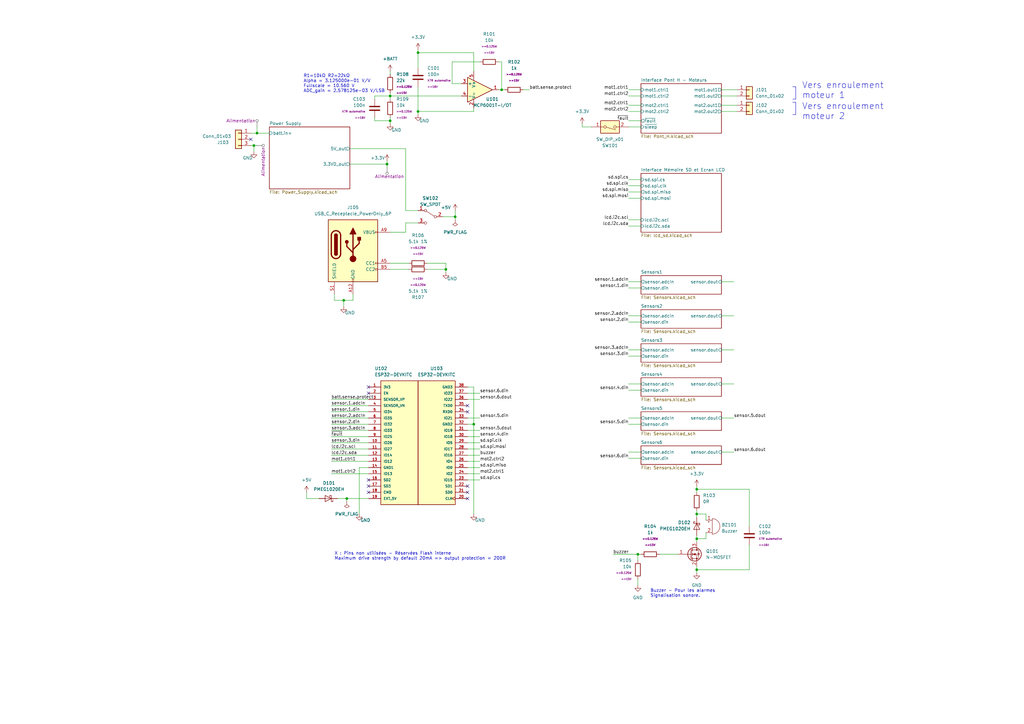
<source format=kicad_sch>
(kicad_sch (version 20230121) (generator eeschema)
  (paper "A3")
  (lib_symbols
    (symbol "0db:capacitors/AVX 0805YC104J4Z" (pin_numbers hide) (pin_names (offset 0.254))
      (property "Reference" "C" (at 0.635 2.54 0))
      (property "Value" "100n 16V" (at 0.635 -2.54 0))
      (property "Value 2" "0805 5%" (at 0 0 0))
      (property "Value 3" "X7R automotive" (at 0 0 0))
      (symbol "capacitors/AVX 0805YC104J4Z_0_1"
        (polyline (pts (xy -2.032 -0.762) (xy 2.032 -0.762)) (stroke (width 0.508)))
        (polyline (pts (xy -2.032 0.762) (xy 2.032 0.762)) (stroke (width 0.508)))
      )
      (symbol "capacitors/AVX 0805YC104J4Z_1_1"
        (pin passive line (at 0 3.81 270) (length 2.794) (name "~") (number "1"))
        (pin passive line (at 0 -3.81 90) (length 2.794) (name "~") (number "2"))
      )
    )
    (symbol "0db:resistors/Koa RK73H2ATTD1001F" (pin_numbers hide) (pin_names (offset 0))
      (property "Reference" "R" (at 2.032 0 90))
      (property "Value" "1k 1%" (at 0 0 90))
      (property "Value 2" "0805 100ppm" (at 0 0 0))
      (property "Value 3" "0.25W 150V" (at 0 0 0))
      (symbol "resistors/Koa RK73H2ATTD1001F_0_1"
        (rectangle (start -1.016 -2.54) (end 1.016 2.54) (stroke (width 0.254)))
      )
      (symbol "resistors/Koa RK73H2ATTD1001F_1_1"
        (pin passive line (at 0 3.81 270) (length 1.27) (name "~") (number "1"))
        (pin passive line (at 0 -3.81 90) (length 1.27) (name "~") (number "2"))
      )
    )
    (symbol "0db:resistors/Koa RK73H2ATTD1002F" (pin_numbers hide) (pin_names (offset 0))
      (property "Reference" "R" (at 2.032 0 90))
      (property "Value" "10k 1%" (at 0 0 90))
      (property "Value 2" "0805 100ppm" (at 0 0 0))
      (property "Value 3" "0.25W 150V" (at 0 0 0))
      (symbol "resistors/Koa RK73H2ATTD1002F_0_1"
        (rectangle (start -1.016 -2.54) (end 1.016 2.54) (stroke (width 0.254)))
      )
      (symbol "resistors/Koa RK73H2ATTD1002F_1_1"
        (pin passive line (at 0 3.81 270) (length 1.27) (name "~") (number "1"))
        (pin passive line (at 0 -3.81 90) (length 1.27) (name "~") (number "2"))
      )
    )
    (symbol "0db:resistors/Koa RK73H2ATTD2202F" (pin_numbers hide) (pin_names (offset 0))
      (property "Reference" "R" (at 2.032 0 90))
      (property "Value" "22k 1%" (at 0 0 90))
      (property "Value 2" "0805 100ppm" (at 0 0 0))
      (property "Value 3" "0.25W 150V" (at 0 0 0))
      (symbol "resistors/Koa RK73H2ATTD2202F_0_1"
        (rectangle (start -1.016 -2.54) (end 1.016 2.54) (stroke (width 0.254)))
      )
      (symbol "resistors/Koa RK73H2ATTD2202F_1_1"
        (pin passive line (at 0 3.81 270) (length 1.27) (name "~") (number "1"))
        (pin passive line (at 0 -3.81 90) (length 1.27) (name "~") (number "2"))
      )
    )
    (symbol "0db:resistors/Koa RK73H2ATTD5101F" (pin_numbers hide) (pin_names (offset 0))
      (property "Reference" "R" (at 2.032 0 90))
      (property "Value" "5.1k 1%" (at 0 0 90))
      (property "Value 2" "0805 100ppm" (at 0 0 0))
      (property "Value 3" "0.25W 150V" (at 0 0 0))
      (symbol "resistors/Koa RK73H2ATTD5101F_0_1"
        (rectangle (start -1.016 -2.54) (end 1.016 2.54) (stroke (width 0.254)))
      )
      (symbol "resistors/Koa RK73H2ATTD5101F_1_1"
        (pin passive line (at 0 3.81 270) (length 1.27) (name "~") (number "1"))
        (pin passive line (at 0 -3.81 90) (length 1.27) (name "~") (number "2"))
      )
    )
    (symbol "0db:resistors/Koa RK73Z2ATTD" (pin_numbers hide) (pin_names (offset 0))
      (property "Reference" "R" (at 2.032 0 90))
      (property "Value" "0R" (at 0 0 90))
      (property "Value 2" "0805" (at 0 0 0))
      (symbol "resistors/Koa RK73Z2ATTD_0_1"
        (rectangle (start -1.016 -2.54) (end 1.016 2.54) (stroke (width 0.254)))
      )
      (symbol "resistors/Koa RK73Z2ATTD_1_1"
        (pin passive line (at 0 3.81 270) (length 1.27) (name "~") (number "1"))
        (pin passive line (at 0 -3.81 90) (length 1.27) (name "~") (number "2"))
      )
    )
    (symbol "0shared:ESP32-DEVKITC-Left" (pin_names (offset 1.016))
      (property "Reference" "U102" (at -8.89 30.48 0))
      (property "Value" "ESP32-DEVKITC" (at -8.89 27.94 0))
      (symbol "ESP32-DEVKITC-Left_0_0"
        (rectangle (start -15.24 25.4) (end 0 -25.4) (stroke (width 0.254)) (fill (type background)))
        (pin power_in line (at -20.32 22.86 0) (length 5.08) (name "3V3") (number "1"))
        (pin bidirectional line (at -20.32 0 0) (length 5.08) (name "IO26") (number "10"))
        (pin bidirectional line (at -20.32 -2.54 0) (length 5.08) (name "IO27") (number "11"))
        (pin bidirectional line (at -20.32 -5.08 0) (length 5.08) (name "IO14") (number "12"))
        (pin bidirectional line (at -20.32 -7.62 0) (length 5.08) (name "IO12") (number "13"))
        (pin power_in line (at -20.32 -10.16 0) (length 5.08) (name "GND1") (number "14"))
        (pin bidirectional line (at -20.32 -12.7 0) (length 5.08) (name "IO13") (number "15"))
        (pin bidirectional line (at -20.32 -15.24 0) (length 5.08) (name "SD2") (number "16"))
        (pin bidirectional line (at -20.32 -17.78 0) (length 5.08) (name "SD3") (number "17"))
        (pin bidirectional line (at -20.32 -20.32 0) (length 5.08) (name "CMD") (number "18"))
        (pin power_in line (at -20.32 -22.86 0) (length 5.08) (name "EXT_5V") (number "19"))
        (pin input line (at -20.32 20.32 0) (length 5.08) (name "EN") (number "2"))
        (pin input line (at -20.32 17.78 0) (length 5.08) (name "SENSOR_VP") (number "3"))
        (pin input line (at -20.32 15.24 0) (length 5.08) (name "SENSOR_VN") (number "4"))
        (pin bidirectional line (at -20.32 12.7 0) (length 5.08) (name "IO34") (number "5"))
        (pin bidirectional line (at -20.32 10.16 0) (length 5.08) (name "IO35") (number "6"))
        (pin bidirectional line (at -20.32 7.62 0) (length 5.08) (name "IO32") (number "7"))
        (pin bidirectional line (at -20.32 5.08 0) (length 5.08) (name "IO33") (number "8"))
        (pin bidirectional line (at -20.32 2.54 0) (length 5.08) (name "IO25") (number "9"))
      )
    )
    (symbol "0shared:ESP32-DEVKITC-Right" (pin_names (offset 1.016))
      (property "Reference" "U102" (at 8.89 30.48 0))
      (property "Value" "ESP32-DEVKITC" (at 8.89 27.94 0))
      (symbol "ESP32-DEVKITC-Right_0_0"
        (rectangle (start 0 25.4) (end 15.24 -25.4) (stroke (width 0.254)) (fill (type background)))
        (pin input clock (at 20.32 -22.86 180) (length 5.08) (name "CLK") (number "20"))
        (pin bidirectional line (at 20.32 -20.32 180) (length 5.08) (name "SD0") (number "21"))
        (pin bidirectional line (at 20.32 -17.78 180) (length 5.08) (name "SD1") (number "22"))
        (pin bidirectional line (at 20.32 -15.24 180) (length 5.08) (name "IO15") (number "23"))
        (pin bidirectional line (at 20.32 -12.7 180) (length 5.08) (name "IO2") (number "24"))
        (pin bidirectional line (at 20.32 -10.16 180) (length 5.08) (name "IO0") (number "25"))
        (pin bidirectional line (at 20.32 -7.62 180) (length 5.08) (name "IO4") (number "26"))
        (pin bidirectional line (at 20.32 -5.08 180) (length 5.08) (name "IO16") (number "27"))
        (pin bidirectional line (at 20.32 -2.54 180) (length 5.08) (name "IO17") (number "28"))
        (pin bidirectional line (at 20.32 0 180) (length 5.08) (name "IO5") (number "29"))
        (pin bidirectional line (at 20.32 2.54 180) (length 5.08) (name "IO18") (number "30"))
        (pin bidirectional line (at 20.32 5.08 180) (length 5.08) (name "IO19") (number "31"))
        (pin power_in line (at 20.32 7.62 180) (length 5.08) (name "GND2") (number "32"))
        (pin bidirectional line (at 20.32 10.16 180) (length 5.08) (name "IO21") (number "33"))
        (pin input line (at 20.32 12.7 180) (length 5.08) (name "RXD0") (number "34"))
        (pin output line (at 20.32 15.24 180) (length 5.08) (name "TXD0") (number "35"))
        (pin bidirectional line (at 20.32 17.78 180) (length 5.08) (name "IO22") (number "36"))
        (pin bidirectional line (at 20.32 20.32 180) (length 5.08) (name "IO23") (number "37"))
        (pin power_in line (at 20.32 22.86 180) (length 5.08) (name "GND3") (number "38"))
      )
    )
    (symbol "Amplifier_Operational:MCP6001-OT" (pin_names (offset 0.127))
      (property "Reference" "U" (at -1.27 6.35 0))
      (property "Value" "MCP6001-OT" (at -1.27 3.81 0))
      (symbol "MCP6001-OT_0_1"
        (polyline (pts (xy -5.08 5.08) (xy 5.08 0) (xy -5.08 -5.08) (xy -5.08 5.08)) (stroke (width 0.254)) (fill (type background)))
        (pin power_in line (at -2.54 -7.62 90) (length 3.81) (name "V-") (number "2"))
        (pin power_in line (at -2.54 7.62 270) (length 3.81) (name "V+") (number "5"))
      )
      (symbol "MCP6001-OT_1_1"
        (pin output line (at 7.62 0 180) (length 2.54) (name "~") (number "1"))
        (pin input line (at -7.62 2.54 0) (length 2.54) (name "+") (number "3"))
        (pin input line (at -7.62 -2.54 0) (length 2.54) (name "-") (number "4"))
      )
    )
    (symbol "Connector:USB_C_Receptacle_PowerOnly_6P" (pin_names (offset 1.016))
      (property "Reference" "J" (at 0 16.51 0))
      (property "Value" "USB_C_Receptacle_PowerOnly_6P" (at 0 13.97 0))
      (symbol "USB_C_Receptacle_PowerOnly_6P_0_0"
        (rectangle (start -0.254 -12.7) (end 0.254 -11.684))
        (rectangle (start 10.16 -7.366) (end 9.144 -7.874))
        (rectangle (start 10.16 -4.826) (end 9.144 -5.334))
        (rectangle (start 10.16 7.874) (end 9.144 7.366))
      )
      (symbol "USB_C_Receptacle_PowerOnly_6P_0_1"
        (rectangle (start -10.16 12.7) (end 10.16 -12.7) (stroke (width 0.254)) (fill (type background)))
        (arc (start -8.89 -1.27) (mid -6.985 -3.1667) (end -5.08 -1.27) (stroke (width 0.508)))
        (arc (start -7.62 -1.27) (mid -6.985 -1.9023) (end -6.35 -1.27) (stroke (width 0.254)))
        (arc (start -7.62 -1.27) (mid -6.985 -1.9023) (end -6.35 -1.27) (stroke (width 0.254)) (fill (type outline)))
        (rectangle (start -7.62 -1.27) (end -6.35 6.35) (stroke (width 0.254)) (fill (type outline)))
        (arc (start -6.35 6.35) (mid -6.985 6.9823) (end -7.62 6.35) (stroke (width 0.254)))
        (arc (start -6.35 6.35) (mid -6.985 6.9823) (end -7.62 6.35) (stroke (width 0.254)) (fill (type outline)))
        (arc (start -5.08 6.35) (mid -6.985 8.2467) (end -8.89 6.35) (stroke (width 0.508)))
        (circle (center -2.54 3.683) (radius 0.635) (stroke (width 0.254)) (fill (type outline)))
        (circle (center 0 -3.302) (radius 1.27) (fill (type outline)))
        (polyline (pts (xy -8.89 -1.27) (xy -8.89 6.35)) (stroke (width 0.508)))
        (polyline (pts (xy -5.08 6.35) (xy -5.08 -1.27)) (stroke (width 0.508)))
        (polyline (pts (xy 0 -3.302) (xy 0 6.858)) (stroke (width 0.508)))
        (polyline (pts (xy 0 -0.762) (xy -2.54 1.778) (xy -2.54 3.048)) (stroke (width 0.508)))
        (polyline (pts (xy 0 0.508) (xy 2.54 3.048) (xy 2.54 4.318)) (stroke (width 0.508)))
        (polyline (pts (xy -1.27 6.858) (xy 0 9.398) (xy 1.27 6.858) (xy -1.27 6.858)) (stroke (width 0.254)) (fill (type outline)))
        (rectangle (start 1.905 4.318) (end 3.175 5.588) (stroke (width 0.254)) (fill (type outline)))
      )
      (symbol "USB_C_Receptacle_PowerOnly_6P_1_1"
        (pin passive line (at 0 -17.78 90) (length 5.08) (name "GND") (number "A12"))
        (pin bidirectional line (at 15.24 -5.08 180) (length 5.08) (name "CC1") (number "A5"))
        (pin passive line (at 15.24 7.62 180) (length 5.08) (name "VBUS") (number "A9"))
        (pin passive line (at 0 -17.78 90) (length 5.08) hide (name "GND") (number "B12"))
        (pin bidirectional line (at 15.24 -7.62 180) (length 5.08) (name "CC2") (number "B5"))
        (pin passive line (at 15.24 7.62 180) (length 5.08) hide (name "VBUS") (number "B9"))
        (pin passive line (at -7.62 -17.78 90) (length 5.08) (name "SHIELD") (number "S1"))
      )
    )
    (symbol "Connector_Generic:Conn_01x02" (pin_names (offset 1.016) hide)
      (property "Reference" "J" (at 0 2.54 0))
      (property "Value" "Conn_01x02" (at 0 -5.08 0))
      (symbol "Conn_01x02_1_1"
        (rectangle (start -1.27 -2.413) (end 0 -2.667) (stroke (width 0.1524)))
        (rectangle (start -1.27 0.127) (end 0 -0.127) (stroke (width 0.1524)))
        (rectangle (start -1.27 1.27) (end 1.27 -3.81) (stroke (width 0.254)) (fill (type background)))
        (pin passive line (at -5.08 0 0) (length 3.81) (name "Pin_1") (number "1"))
        (pin passive line (at -5.08 -2.54 0) (length 3.81) (name "Pin_2") (number "2"))
      )
    )
    (symbol "Connector_Generic:Conn_01x03" (pin_names (offset 1.016) hide)
      (property "Reference" "J" (at 0 5.08 0))
      (property "Value" "Conn_01x03" (at 0 -5.08 0))
      (symbol "Conn_01x03_1_1"
        (rectangle (start -1.27 -2.413) (end 0 -2.667) (stroke (width 0.1524)))
        (rectangle (start -1.27 0.127) (end 0 -0.127) (stroke (width 0.1524)))
        (rectangle (start -1.27 2.667) (end 0 2.413) (stroke (width 0.1524)))
        (rectangle (start -1.27 3.81) (end 1.27 -3.81) (stroke (width 0.254)) (fill (type background)))
        (pin passive line (at -5.08 2.54 0) (length 3.81) (name "Pin_1") (number "1"))
        (pin passive line (at -5.08 0 0) (length 3.81) (name "Pin_2") (number "2"))
        (pin passive line (at -5.08 -2.54 0) (length 3.81) (name "Pin_3") (number "3"))
      )
    )
    (symbol "Device:Buzzer" (pin_names (offset 0.0254) hide)
      (property "Reference" "BZ" (at 3.81 1.27 0))
      (property "Value" "Buzzer" (at 3.81 -1.27 0))
      (symbol "Buzzer_0_1"
        (arc (start 0 -3.175) (mid 3.1612 0) (end 0 3.175))
        (polyline (pts (xy -1.651 1.905) (xy -1.143 1.905)))
        (polyline (pts (xy -1.397 2.159) (xy -1.397 1.651)))
        (polyline (pts (xy 0 3.175) (xy 0 -3.175)))
      )
      (symbol "Buzzer_1_1"
        (pin passive line (at -2.54 2.54 0) (length 2.54) (name "-") (number "1"))
        (pin passive line (at -2.54 -2.54 0) (length 2.54) (name "+") (number "2"))
      )
    )
    (symbol "Diode:PMEG1020EH" (pin_numbers hide) (pin_names hide)
      (property "Reference" "D" (at 0 2.54 0))
      (property "Value" "PMEG1020EH" (at 0 -2.54 0))
      (symbol "PMEG1020EH_0_1"
        (polyline (pts (xy 1.27 0) (xy -1.27 0)))
        (polyline (pts (xy 1.27 1.27) (xy 1.27 -1.27) (xy -1.27 0) (xy 1.27 1.27)) (stroke (width 0.2032)))
        (polyline (pts (xy -1.905 0.635) (xy -1.905 1.27) (xy -1.27 1.27) (xy -1.27 -1.27) (xy -0.635 -1.27) (xy -0.635 -0.635)) (stroke (width 0.2032)))
      )
      (symbol "PMEG1020EH_1_1"
        (pin passive line (at -3.81 0 0) (length 2.54) (name "K") (number "1"))
        (pin passive line (at 3.81 0 180) (length 2.54) (name "A") (number "2"))
      )
    )
    (symbol "Switch:SW_DIP_x01" (pin_names (offset 0) hide)
      (property "Reference" "SW" (at 0 3.81 0))
      (property "Value" "SW_DIP_x01" (at 0 -3.81 0))
      (symbol "SW_DIP_x01_0_0"
        (circle (center -2.032 0) (radius 0.508))
        (polyline (pts (xy -1.524 0.127) (xy 2.3622 1.1684)))
        (circle (center 2.032 0) (radius 0.508))
      )
      (symbol "SW_DIP_x01_0_1"
        (rectangle (start -3.81 2.54) (end 3.81 -2.54) (stroke (width 0.254)) (fill (type background)))
      )
      (symbol "SW_DIP_x01_1_1"
        (pin passive line (at -7.62 0 0) (length 5.08) (name "~") (number "1"))
        (pin passive line (at 7.62 0 180) (length 5.08) (name "~") (number "2"))
      )
    )
    (symbol "Switch:SW_SPDT" (pin_names (offset 0) hide)
      (property "Reference" "SW" (at 0 4.318 0))
      (property "Value" "SW_SPDT" (at 0 -5.08 0))
      (symbol "SW_SPDT_0_0"
        (circle (center -2.032 0) (radius 0.508))
        (circle (center 2.032 -2.54) (radius 0.508))
      )
      (symbol "SW_SPDT_0_1"
        (polyline (pts (xy -1.524 0.254) (xy 1.651 2.286)))
        (circle (center 2.032 2.54) (radius 0.508))
      )
      (symbol "SW_SPDT_1_1"
        (pin passive line (at 5.08 2.54 180) (length 2.54) (name "A") (number "1"))
        (pin passive line (at -5.08 0 0) (length 2.54) (name "B") (number "2"))
        (pin passive line (at 5.08 -2.54 180) (length 2.54) (name "C") (number "3"))
      )
    )
    (symbol "Transistor_FET:AO3400A" (pin_names hide)
      (property "Reference" "Q" (at 5.08 1.905 0))
      (property "Value" "AO3400A" (at 5.08 0 0))
      (symbol "AO3400A_0_1"
        (polyline (pts (xy 0.254 0) (xy -2.54 0)))
        (polyline (pts (xy 0.254 1.905) (xy 0.254 -1.905)) (stroke (width 0.254)))
        (polyline (pts (xy 0.762 -1.27) (xy 0.762 -2.286)) (stroke (width 0.254)))
        (polyline (pts (xy 0.762 0.508) (xy 0.762 -0.508)) (stroke (width 0.254)))
        (polyline (pts (xy 0.762 2.286) (xy 0.762 1.27)) (stroke (width 0.254)))
        (polyline (pts (xy 2.54 2.54) (xy 2.54 1.778)))
        (polyline (pts (xy 2.54 -2.54) (xy 2.54 0) (xy 0.762 0)))
        (polyline (pts (xy 0.762 -1.778) (xy 3.302 -1.778) (xy 3.302 1.778) (xy 0.762 1.778)))
        (polyline (pts (xy 1.016 0) (xy 2.032 0.381) (xy 2.032 -0.381) (xy 1.016 0)) (fill (type outline)))
        (polyline (pts (xy 2.794 0.508) (xy 2.921 0.381) (xy 3.683 0.381) (xy 3.81 0.254)))
        (polyline (pts (xy 3.302 0.381) (xy 2.921 -0.254) (xy 3.683 -0.254) (xy 3.302 0.381)))
        (circle (center 1.651 0) (radius 2.794) (stroke (width 0.254)))
        (circle (center 2.54 -1.778) (radius 0.254) (fill (type outline)))
        (circle (center 2.54 1.778) (radius 0.254) (fill (type outline)))
      )
      (symbol "AO3400A_1_1"
        (pin input line (at -5.08 0 0) (length 2.54) (name "G") (number "1"))
        (pin passive line (at 2.54 -5.08 90) (length 2.54) (name "S") (number "2"))
        (pin passive line (at 2.54 5.08 270) (length 2.54) (name "D") (number "3"))
      )
    )
    (symbol "power:+3.3V" (power) (pin_names (offset 0))
      (property "Value" "+3.3V" (at 0 3.556 0))
      (symbol "+3.3V_0_1"
        (polyline (pts (xy -0.762 1.27) (xy 0 2.54)))
        (polyline (pts (xy 0 0) (xy 0 2.54)))
        (polyline (pts (xy 0 2.54) (xy 0.762 1.27)))
      )
      (symbol "+3.3V_1_1"
        (pin power_in line (at 0 0 90) (length 0) hide (name "+3.3V") (number "1"))
      )
    )
    (symbol "power:+5V" (power) (pin_names (offset 0))
      (property "Value" "+5V" (at 0 3.556 0))
      (symbol "+5V_0_1"
        (polyline (pts (xy -0.762 1.27) (xy 0 2.54)))
        (polyline (pts (xy 0 0) (xy 0 2.54)))
        (polyline (pts (xy 0 2.54) (xy 0.762 1.27)))
      )
      (symbol "+5V_1_1"
        (pin power_in line (at 0 0 90) (length 0) hide (name "+5V") (number "1"))
      )
    )
    (symbol "power:+BATT" (power) (pin_names (offset 0))
      (property "Value" "+BATT" (at 0 3.556 0))
      (symbol "+BATT_0_1"
        (polyline (pts (xy -0.762 1.27) (xy 0 2.54)))
        (polyline (pts (xy 0 0) (xy 0 2.54)))
        (polyline (pts (xy 0 2.54) (xy 0.762 1.27)))
      )
      (symbol "+BATT_1_1"
        (pin power_in line (at 0 0 90) (length 0) hide (name "+BATT") (number "1"))
      )
    )
    (symbol "power:GND" (power) (pin_names (offset 0))
      (property "Value" "GND" (at 0 -3.81 0))
      (symbol "GND_0_1"
        (polyline (pts (xy 0 0) (xy 0 -1.27) (xy 1.27 -1.27) (xy 0 -2.54) (xy -1.27 -1.27) (xy 0 -1.27)))
      )
      (symbol "GND_1_1"
        (pin power_in line (at 0 0 270) (length 0) hide (name "GND") (number "1"))
      )
    )
    (symbol "power:PWR_FLAG" (power) (pin_numbers hide) (pin_names (offset 0) hide)
      (property "Value" "PWR_FLAG" (at 0 3.81 0))
      (symbol "PWR_FLAG_0_0"
        (pin power_out line (at 0 0 90) (length 0) (name "pwr") (number "1"))
      )
      (symbol "PWR_FLAG_0_1"
        (polyline (pts (xy 0 0) (xy 0 1.27) (xy -1.016 1.905) (xy 0 2.54) (xy 1.016 1.905) (xy 0 1.27)))
      )
    )
    (symbol "resistors/Koa RK73H2ATTD1002F_1" (pin_numbers hide) (pin_names (offset 0))
      (property "Reference" "R" (at 2.032 0 90))
      (property "Value" "10k 1%" (at 0 0 90))
      (property "Value 2" "0805 100ppm" (at 0 0 0))
      (property "Value 3" "0.25W 150V" (at 0 0 0))
      (symbol "resistors/Koa RK73H2ATTD1002F_1_0_1"
        (rectangle (start -1.016 -2.54) (end 1.016 2.54) (stroke (width 0.254)))
      )
      (symbol "resistors/Koa RK73H2ATTD1002F_1_1_1"
        (pin passive line (at 0 3.81 270) (length 1.27) (name "~") (number "1"))
        (pin passive line (at 0 -3.81 90) (length 1.27) (name "~") (number "2"))
      )
    )
  )
  (junction (at 142.24 204.47))
  (junction (at 285.75 210.82))
  (junction (at 105.41 54.61))
  (junction (at 104.14 59.69))
  (junction (at 285.75 220.98))
  (junction (at 160.02 39.37))
  (junction (at 194.31 173.99))
  (junction (at 285.75 200.66))
  (junction (at 171.45 21.59))
  (junction (at 158.75 67.31))
  (junction (at 182.88 110.49))
  (junction (at 261.62 227.33))
  (junction (at 171.45 45.72))
  (junction (at 186.69 88.9))
  (junction (at 285.75 233.68))
  (junction (at 205.74 36.83))
  (junction (at 160.02 49.53))
  (junction (at 140.97 123.19))
  (no_connect (at 191.77 199.39))
  (no_connect (at 151.13 161.29))
  (no_connect (at 191.77 166.37))
  (no_connect (at 151.13 196.85))
  (no_connect (at 151.13 201.93))
  (no_connect (at 191.77 168.91))
  (no_connect (at 191.77 204.47))
  (no_connect (at 151.13 158.75))
  (no_connect (at 151.13 199.39))
  (no_connect (at 102.87 57.15))
  (no_connect (at 191.77 201.93))
  (wire (pts (xy 238.76 52.07) (xy 238.76 50.8)))
  (wire (pts (xy 186.69 88.9) (xy 186.69 90.17)))
  (wire (pts (xy 257.81 90.17) (xy 262.89 90.17)))
  (wire (pts (xy 204.47 25.4) (xy 205.74 25.4)))
  (wire (pts (xy 140.97 123.19) (xy 144.78 123.19)))
  (wire (pts (xy 105.41 54.61) (xy 110.49 54.61)))
  (wire (pts (xy 171.45 35.56) (xy 171.45 45.72)))
  (wire (pts (xy 142.24 204.47) (xy 151.13 204.47)))
  (wire (pts (xy 205.74 25.4) (xy 205.74 36.83)))
  (wire (pts (xy 171.45 86.36) (xy 166.37 86.36)))
  (wire (pts (xy 295.91 36.83) (xy 302.26 36.83)))
  (wire (pts (xy 285.75 210.82) (xy 285.75 209.55)))
  (wire (pts (xy 135.89 163.83) (xy 151.13 163.83)))
  (wire (pts (xy 135.89 189.23) (xy 151.13 189.23)))
  (wire (pts (xy 257.81 36.83) (xy 262.89 36.83)))
  (wire (pts (xy 166.37 91.44) (xy 166.37 95.25)))
  (wire (pts (xy 191.77 181.61) (xy 196.85 181.61)))
  (wire (pts (xy 140.97 123.19) (xy 137.16 123.19)))
  (wire (pts (xy 307.34 215.9) (xy 307.34 200.66)))
  (wire (pts (xy 135.89 171.45) (xy 151.13 171.45)))
  (polyline (pts (xy 326.39 41.91) (xy 326.39 46.99)))
  (wire (pts (xy 242.57 52.07) (xy 238.76 52.07)))
  (wire (pts (xy 285.75 220.98) (xy 289.56 220.98)))
  (wire (pts (xy 285.75 219.71) (xy 285.75 220.98)))
  (wire (pts (xy 153.67 39.37) (xy 153.67 40.64)))
  (wire (pts (xy 191.77 171.45) (xy 196.85 171.45)))
  (wire (pts (xy 257.81 129.54) (xy 262.89 129.54)))
  (wire (pts (xy 104.14 59.69) (xy 105.41 59.69)))
  (wire (pts (xy 285.75 200.66) (xy 285.75 201.93)))
  (wire (pts (xy 138.43 204.47) (xy 142.24 204.47)))
  (wire (pts (xy 285.75 220.98) (xy 285.75 222.25)))
  (wire (pts (xy 285.75 233.68) (xy 307.34 233.68)))
  (wire (pts (xy 166.37 95.25) (xy 160.02 95.25)))
  (wire (pts (xy 257.81 92.71) (xy 262.89 92.71)))
  (wire (pts (xy 257.81 187.96) (xy 262.89 187.96)))
  (wire (pts (xy 295.91 129.54) (xy 300.99 129.54)))
  (wire (pts (xy 135.89 176.53) (xy 151.13 176.53)))
  (wire (pts (xy 295.91 157.48) (xy 300.99 157.48)))
  (wire (pts (xy 191.77 191.77) (xy 196.85 191.77)))
  (wire (pts (xy 257.81 45.72) (xy 262.89 45.72)))
  (wire (pts (xy 289.56 210.82) (xy 285.75 210.82)))
  (wire (pts (xy 125.73 204.47) (xy 130.81 204.47)))
  (wire (pts (xy 135.89 168.91) (xy 151.13 168.91)))
  (wire (pts (xy 147.32 191.77) (xy 151.13 191.77)))
  (wire (pts (xy 160.02 110.49) (xy 167.64 110.49)))
  (wire (pts (xy 257.81 118.11) (xy 262.89 118.11)))
  (wire (pts (xy 295.91 185.42) (xy 300.99 185.42)))
  (wire (pts (xy 160.02 49.53) (xy 160.02 50.8)))
  (wire (pts (xy 189.23 34.29) (xy 185.42 34.29)))
  (wire (pts (xy 104.14 59.69) (xy 102.87 59.69)))
  (wire (pts (xy 191.77 161.29) (xy 196.85 161.29)))
  (wire (pts (xy 160.02 48.26) (xy 160.02 49.53)))
  (wire (pts (xy 185.42 25.4) (xy 196.85 25.4)))
  (wire (pts (xy 295.91 45.72) (xy 302.26 45.72)))
  (wire (pts (xy 160.02 107.95) (xy 167.64 107.95)))
  (wire (pts (xy 204.47 36.83) (xy 205.74 36.83)))
  (wire (pts (xy 261.62 227.33) (xy 262.89 227.33)))
  (wire (pts (xy 214.63 36.83) (xy 217.17 36.83)))
  (wire (pts (xy 257.81 146.05) (xy 262.89 146.05)))
  (wire (pts (xy 191.77 186.69) (xy 196.85 186.69)))
  (wire (pts (xy 102.87 54.61) (xy 105.41 54.61)))
  (wire (pts (xy 257.81 185.42) (xy 262.89 185.42)))
  (polyline (pts (xy 325.12 35.56) (xy 326.39 35.56)))
  (wire (pts (xy 125.73 201.93) (xy 125.73 204.47)))
  (wire (pts (xy 147.32 191.77) (xy 147.32 210.82)))
  (wire (pts (xy 160.02 40.64) (xy 160.02 39.37)))
  (wire (pts (xy 257.81 39.37) (xy 262.89 39.37)))
  (wire (pts (xy 143.51 60.96) (xy 166.37 60.96)))
  (wire (pts (xy 135.89 181.61) (xy 151.13 181.61)))
  (wire (pts (xy 194.31 29.21) (xy 194.31 21.59)))
  (wire (pts (xy 171.45 20.32) (xy 171.45 21.59)))
  (wire (pts (xy 257.81 143.51) (xy 262.89 143.51)))
  (wire (pts (xy 175.26 110.49) (xy 182.88 110.49)))
  (wire (pts (xy 191.77 196.85) (xy 196.85 196.85)))
  (wire (pts (xy 135.89 166.37) (xy 151.13 166.37)))
  (wire (pts (xy 205.74 36.83) (xy 207.01 36.83)))
  (wire (pts (xy 171.45 21.59) (xy 171.45 27.94)))
  (wire (pts (xy 194.31 44.45) (xy 194.31 45.72)))
  (wire (pts (xy 194.31 158.75) (xy 194.31 173.99)))
  (wire (pts (xy 257.81 52.07) (xy 262.89 52.07)))
  (wire (pts (xy 270.51 227.33) (xy 278.13 227.33)))
  (wire (pts (xy 171.45 91.44) (xy 166.37 91.44)))
  (wire (pts (xy 135.89 179.07) (xy 151.13 179.07)))
  (wire (pts (xy 295.91 43.18) (xy 302.26 43.18)))
  (wire (pts (xy 257.81 115.57) (xy 262.89 115.57)))
  (wire (pts (xy 181.61 88.9) (xy 186.69 88.9)))
  (polyline (pts (xy 326.39 35.56) (xy 326.39 40.64)))
  (wire (pts (xy 191.77 163.83) (xy 196.85 163.83)))
  (wire (pts (xy 295.91 39.37) (xy 302.26 39.37)))
  (wire (pts (xy 182.88 110.49) (xy 182.88 111.76)))
  (wire (pts (xy 251.46 227.33) (xy 261.62 227.33)))
  (wire (pts (xy 257.81 157.48) (xy 262.89 157.48)))
  (wire (pts (xy 191.77 179.07) (xy 196.85 179.07)))
  (wire (pts (xy 285.75 233.68) (xy 285.75 234.95)))
  (polyline (pts (xy 325.12 46.99) (xy 326.39 46.99)))
  (wire (pts (xy 285.75 200.66) (xy 307.34 200.66)))
  (wire (pts (xy 257.81 81.28) (xy 262.89 81.28)))
  (wire (pts (xy 104.14 62.23) (xy 104.14 59.69)))
  (wire (pts (xy 171.45 45.72) (xy 171.45 46.99)))
  (wire (pts (xy 160.02 39.37) (xy 153.67 39.37)))
  (wire (pts (xy 171.45 21.59) (xy 194.31 21.59)))
  (wire (pts (xy 289.56 220.98) (xy 289.56 218.44)))
  (wire (pts (xy 257.81 78.74) (xy 262.89 78.74)))
  (wire (pts (xy 171.45 45.72) (xy 194.31 45.72)))
  (wire (pts (xy 191.77 189.23) (xy 196.85 189.23)))
  (wire (pts (xy 295.91 143.51) (xy 300.99 143.51)))
  (polyline (pts (xy 325.12 40.64) (xy 326.39 40.64)))
  (wire (pts (xy 257.81 73.66) (xy 262.89 73.66)))
  (wire (pts (xy 285.75 210.82) (xy 285.75 212.09)))
  (wire (pts (xy 153.67 48.26) (xy 153.67 49.53)))
  (wire (pts (xy 144.78 120.65) (xy 144.78 123.19)))
  (wire (pts (xy 257.81 132.08) (xy 262.89 132.08)))
  (wire (pts (xy 257.81 49.53) (xy 262.89 49.53)))
  (wire (pts (xy 135.89 184.15) (xy 151.13 184.15)))
  (wire (pts (xy 160.02 39.37) (xy 189.23 39.37)))
  (wire (pts (xy 135.89 173.99) (xy 151.13 173.99)))
  (wire (pts (xy 137.16 120.65) (xy 137.16 123.19)))
  (wire (pts (xy 135.89 194.31) (xy 151.13 194.31)))
  (wire (pts (xy 175.26 107.95) (xy 182.88 107.95)))
  (wire (pts (xy 160.02 29.21) (xy 160.02 30.48)))
  (wire (pts (xy 191.77 173.99) (xy 194.31 173.99)))
  (wire (pts (xy 191.77 184.15) (xy 196.85 184.15)))
  (wire (pts (xy 182.88 107.95) (xy 182.88 110.49)))
  (wire (pts (xy 105.41 54.61) (xy 105.41 52.07)))
  (wire (pts (xy 261.62 237.49) (xy 261.62 240.03)))
  (wire (pts (xy 257.81 76.2) (xy 262.89 76.2)))
  (wire (pts (xy 160.02 38.1) (xy 160.02 39.37)))
  (wire (pts (xy 295.91 115.57) (xy 300.99 115.57)))
  (wire (pts (xy 257.81 173.99) (xy 262.89 173.99)))
  (wire (pts (xy 285.75 199.39) (xy 285.75 200.66)))
  (wire (pts (xy 257.81 160.02) (xy 262.89 160.02)))
  (wire (pts (xy 191.77 194.31) (xy 196.85 194.31)))
  (wire (pts (xy 191.77 176.53) (xy 196.85 176.53)))
  (wire (pts (xy 135.89 186.69) (xy 151.13 186.69)))
  (wire (pts (xy 142.24 205.74) (xy 142.24 204.47)))
  (wire (pts (xy 194.31 173.99) (xy 194.31 210.82)))
  (wire (pts (xy 185.42 34.29) (xy 185.42 25.4)))
  (wire (pts (xy 307.34 223.52) (xy 307.34 233.68)))
  (wire (pts (xy 143.51 67.31) (xy 158.75 67.31)))
  (wire (pts (xy 140.97 125.73) (xy 140.97 123.19)))
  (wire (pts (xy 158.75 68.58) (xy 158.75 67.31)))
  (wire (pts (xy 166.37 60.96) (xy 166.37 86.36)))
  (wire (pts (xy 191.77 158.75) (xy 194.31 158.75)))
  (wire (pts (xy 289.56 210.82) (xy 289.56 213.36)))
  (wire (pts (xy 257.81 43.18) (xy 262.89 43.18)))
  (wire (pts (xy 186.69 88.9) (xy 186.69 86.36)))
  (wire (pts (xy 285.75 232.41) (xy 285.75 233.68)))
  (wire (pts (xy 158.75 66.04) (xy 158.75 67.31)))
  (wire (pts (xy 261.62 227.33) (xy 261.62 229.87)))
  (wire (pts (xy 295.91 171.45) (xy 300.99 171.45)))
  (polyline (pts (xy 325.12 41.91) (xy 326.39 41.91)))
  (wire (pts (xy 257.81 171.45) (xy 262.89 171.45)))
  (wire (pts (xy 153.67 49.53) (xy 160.02 49.53)))
  (text "Vers enroulement\nmoteur 1\n" (at 328.93 40.64 0) (effects (font (size 2.54 2.54)) (justify left bottom)))
  (text "R1=10kΩ R2=22kΩ\nAlpha = 3.125000e-01 V/V\nFullscale = 10.560 V\nADC_gain = 2.578125e-03 V/LSB" (at 124.46 38.1 0) (effects (font (size 1.27 1.27)) (justify left bottom)))
  (text "X : Pins non utilisées - Réservées Flash interne\nMaximum drive strength by default 20mA => output protection = 200R" (at 137.16 229.87 0) (effects (font (size 1.27 1.27)) (justify left bottom)))
  (text "Vers enroulement\nmoteur 2\n\n" (at 328.93 53.34 0) (effects (font (size 2.54 2.54)) (justify left bottom)))
  (text "Buzzer - Pour les alarmes\nSignalisation sonore." (at 266.7 245.11 0) (effects (font (size 1.27 1.27)) (justify left bottom)))
  (label "sensor.2.din" (at 135.89 173.99 0))
  (label "sensor.3.din" (at 257.81 146.05 180))
  (label "sensor.3.adcIn" (at 135.89 176.53 0))
  (label "sensor.6.din" (at 257.81 187.96 180))
  (label "sensor.3.adcIn" (at 257.81 143.51 180))
  (label "sd.spi.miso" (at 257.81 78.74 180))
  (label "sensor.2.adcIn" (at 257.81 129.54 180))
  (label "sensor.5.din" (at 196.85 171.45 0))
  (label "sd.spi.mosi" (at 257.81 81.28 180))
  (label "buzzer" (at 196.85 186.69 0))
  (label "sensor.2.din" (at 257.81 132.08 180))
  (label "sd.spi.clk" (at 196.85 181.61 0))
  (label "sd.spi.clk" (at 257.81 76.2 180))
  (label "lcd.i2c.scl" (at 135.89 184.15 0))
  (label "sensor.5.dout" (at 300.99 171.45 0))
  (label "mot2.ctrl1" (at 196.85 194.31 0))
  (label "sensor.2.adcIn" (at 135.89 171.45 0))
  (label "sensor.6.dout" (at 196.85 163.83 0))
  (label "mot2.ctrl2" (at 257.81 45.72 180))
  (label "sensor.5.dout" (at 196.85 176.53 0))
  (label "sensor.4.din" (at 257.81 160.02 180))
  (label "mot1.ctrl1" (at 135.89 189.23 0))
  (label "mot2.ctrl2" (at 196.85 189.23 0))
  (label "sensor.6.din" (at 196.85 161.29 0))
  (label "mot1.ctrl2" (at 135.89 194.31 0))
  (label "lcd.i2c.sda" (at 135.89 186.69 0))
  (label "buzzer" (at 251.46 227.33 0))
  (label "~{fault}" (at 135.89 179.07 0))
  (label "sensor.4.din" (at 196.85 179.07 0))
  (label "sd.spi.mosi" (at 196.85 184.15 0))
  (label "sensor.5.din" (at 257.81 173.99 180))
  (label "sensor.1.adcIn" (at 135.89 166.37 0))
  (label "sd.spi.cs" (at 196.85 196.85 0))
  (label "sensor.1.adcIn" (at 257.81 115.57 180))
  (label "lcd.i2c.sda" (at 257.81 92.71 180))
  (label "lcd.i2c.scl" (at 257.81 90.17 180))
  (label "mot1.ctrl2" (at 257.81 39.37 180))
  (label "mot2.ctrl1" (at 257.81 43.18 180))
  (label "batt.sense.protect" (at 135.89 163.83 0))
  (label "mot1.ctrl1" (at 257.81 36.83 180))
  (label "batt.sense.protect" (at 217.17 36.83 0))
  (label "sensor.1.din" (at 257.81 118.11 180))
  (label "~{fault}" (at 257.81 49.53 180))
  (label "sensor.1.din" (at 135.89 168.91 0))
  (label "sd.spi.cs" (at 257.81 73.66 180))
  (label "sensor.3.din" (at 135.89 181.61 0))
  (label "sd.spi.miso" (at 196.85 191.77 0))
  (label "sensor.6.dout" (at 300.99 185.42 0))
  (netclass_flag "" (length 2.54) (shape round) (at 105.41 52.07 0) (property "Netclass" "Alimentation" (at 104.7115 49.53 0) (effects (font italic) (justify right))))
  (netclass_flag "" (length 2.54) (shape round) (at 105.41 59.69 270) (property "Netclass" "Alimentation" (at 107.95 60.3885 90) (effects (font italic) (justify right))))
  (netclass_flag "" (length 2.54) (shape round) (at 158.75 68.58 180) (property "Netclass" "Alimentation" (at 153.67 72.39 0) (effects (font italic) (justify left))))
  (symbol (lib_id "Diode:PMEG1020EH") (at 134.62 204.47 180) (unit 1)
    (property "Reference" "D101" (at 134.9375 198.12 0))
    (property "Value" "PMEG1020EH" (at 134.9375 200.66 0))
    (property "Footprint" "Diode_SMD:D_SOD-123F" (effects hide))
    (property "Datasheet" "https://assets.nexperia.com/documents/data-sheet/PMEG1020EH.pdf" (effects hide))
    (property "MPN" "PMEG1020EH" (effects hide))
    (property "Manufacturer" "Nexperia" (effects hide))
    (property "Package" "SOD-123F" (effects hide))
    (property "LCSC" "C552798" (effects hide))
  )
  (symbol (lib_id "0db:resistors/Koa RK73Z2ATTD") (at 285.75 205.74 180) (unit 1)
    (property "Reference" "R103" (at 288.29 203.2 0) (effects (justify right)))
    (property "Value" "0R" (at 288.29 205.74 0) (effects (justify right)))
    (property "Footprint" "Resistor_SMD:R_0805_2012Metric" (effects hide))
    (property "Datasheet" "https://www.koaspeer.com/pdfs/RK73Z.pdf" (effects hide))
    (property "Manufacturer" "KOA or Vishay or PANASONIC" (effects hide))
    (property "Package" "0805" (effects hide))
    (property "LCSC" "C844192" (effects hide))
  )
  (symbol (lib_id "power:+3.3V") (at 158.75 66.04 0) (unit 1)
    (property "Reference" "#PWR0106" (effects hide))
    (property "Value" "+3.3V" (at 154.94 64.77 0))
  )
  (symbol (lib_id "power:+3.3V") (at 285.75 199.39 0) (unit 1)
    (property "Reference" "#PWR0110" (effects hide))
    (property "Value" "+3.3V" (at 285.75 194.31 0))
  )
  (symbol (lib_id "power:GND") (at 171.45 46.99 0) (unit 1)
    (property "Reference" "#PWR0105" (effects hide))
    (property "Value" "GND" (at 173.99 49.53 0))
  )
  (symbol (lib_id "0db:capacitors/AVX 0805YC104J4Z") (at 171.45 31.75 180) (unit 1)
    (property "Reference" "C101" (at 175.26 27.94 0) (effects (justify right)))
    (property "Value" "100n" (at 175.26 30.48 0) (effects (justify right)))
    (property "Footprint" "Capacitor_SMD:C_0805_2012Metric" (effects hide))
    (property "Datasheet" "https://datasheets.kyocera-avx.com/FlexitermMLCC.pdf" (effects hide))
    (property "Value 2" "X7R automotive" (at 175.26 33.02 0) (effects (font (size 0.8 0.8)) (justify right)))
    (property "Value 3" ">=16V" (at 175.26 35.56 0) (effects (font (size 0.8 0.8)) (justify right)))
    (property "Manufacturer" "Kyocera or Samsung" (effects hide))
    (property "Tolerance" "<=10%" (effects hide))
    (property "Package" "0805" (effects hide))
    (property "LCSC" "C28233" (effects hide))
  )
  (symbol (lib_id "Switch:SW_DIP_x01") (at 250.19 52.07 0) (mirror x) (unit 1)
    (property "Reference" "SW101" (at 250.19 59.69 0))
    (property "Value" "SW_DIP_x01" (at 250.19 57.15 0))
    (property "Footprint" "Button_Switch_THT:SW_DIP_SPSTx01_Slide_9.78x4.72mm_W7.62mm_P2.54mm" (effects hide))
    (property "LCSC" "C126888" (effects hide))
    (property "Package" "W7.62mm_P2.54mm" (effects hide))
    (property "Value 2" ">=20mA" (effects hide))
    (property "Value 3" ">=5V" (effects hide))
  )
  (symbol (lib_id "power:GND") (at 182.88 111.76 0) (unit 1)
    (property "Reference" "#PWR0407" (effects hide))
    (property "Value" "GND" (at 185.42 114.3 0))
  )
  (symbol (lib_id "power:GND") (at 285.75 234.95 0) (unit 1)
    (property "Reference" "#PWR0111" (effects hide))
    (property "Value" "GND" (at 285.75 240.03 0))
  )
  (symbol (lib_id "power:GND") (at 194.31 210.82 0) (unit 1)
    (property "Reference" "#PWR0109" (effects hide))
    (property "Value" "GND" (at 196.85 213.36 0))
  )
  (symbol (lib_id "power:GND") (at 104.14 62.23 0) (mirror y) (unit 1)
    (property "Reference" "#PWR0103" (effects hide))
    (property "Value" "GND" (at 101.6 64.77 0))
  )
  (symbol (lib_id "power:GND") (at 140.97 125.73 0) (unit 1)
    (property "Reference" "#PWR0406" (effects hide))
    (property "Value" "GND" (at 143.51 128.27 0))
  )
  (symbol (lib_id "0db:resistors/Koa RK73H2ATTD2202F") (at 160.02 34.29 0) (unit 1)
    (property "Reference" "R108" (at 162.56 30.48 0) (effects (justify left)))
    (property "Value" "22k" (at 162.56 33.02 0) (effects (justify left)))
    (property "Footprint" "Resistor_SMD:R_0805_2012Metric" (effects hide))
    (property "Datasheet" "https://www.koaspeer.com/pdfs/RK73H.pdf" (effects hide))
    (property "Value 2" ">=0.125W" (at 162.56 35.56 0) (effects (font (size 0.8 0.8)) (justify left)))
    (property "Value 3" ">=15V" (at 162.56 38.1 0) (effects (font (size 0.8 0.8)) (justify left)))
    (property "Manufacturer" "KOA or Vishay or PANASONIC" (effects hide))
    (property "Tolerance" "<=1%" (effects hide))
    (property "Package" "0805" (effects hide))
    (property "LCSC" "C17560" (effects hide))
  )
  (symbol (lib_id "power:+BATT") (at 160.02 29.21 0) (unit 1)
    (property "Reference" "#PWR0408" (effects hide))
    (property "Value" "+BATT" (at 160.02 24.13 0))
  )
  (symbol (lib_id "power:GND") (at 147.32 210.82 0) (unit 1)
    (property "Reference" "#PWR0108" (effects hide))
    (property "Value" "GND" (at 149.86 213.36 0))
  )
  (symbol (lib_id "power:+5V") (at 125.73 201.93 0) (unit 1)
    (property "Reference" "#PWR0107" (effects hide))
    (property "Value" "+5V" (at 125.73 196.85 0))
  )
  (symbol (lib_id "Connector:USB_C_Receptacle_PowerOnly_6P") (at 144.78 102.87 0) (unit 1)
    (property "Reference" "J105" (at 144.78 85.09 0))
    (property "Value" "USB_C_Receptacle_PowerOnly_6P" (at 144.78 87.63 0))
    (property "Footprint" "0Package:USB_C_Receptacle_SHOU-HAN_TYPE-C-6P-LT-10.5" (effects hide))
    (property "Datasheet" "https://jlcpcb.com/partdetail/ShouHan-TYPE_C_6P_LT_105/C2681551" (effects hide))
    (property "LCSC" "C2681551" (effects hide))
    (property "MPN" "TYPE-C 6P LT-10.5" (effects hide))
    (property "Manufacturer" "SHOU HAN" (effects hide))
  )
  (symbol (lib_id "power:GND") (at 160.02 50.8 0) (unit 1)
    (property "Reference" "#PWR0409" (effects hide))
    (property "Value" "GND" (at 162.56 53.34 0))
  )
  (symbol (lib_name "resistors/Koa RK73H2ATTD1002F_1") (lib_id "0db:resistors/Koa RK73H2ATTD1002F") (at 261.62 233.68 0) (mirror y) (unit 1)
    (property "Reference" "R105" (at 259.08 229.87 0) (effects (justify left)))
    (property "Value" "10k" (at 259.08 232.41 0) (effects (justify left)))
    (property "Footprint" "Resistor_SMD:R_0805_2012Metric" (effects hide))
    (property "Datasheet" "https://www.koaspeer.com/pdfs/RK73H.pdf" (effects hide))
    (property "Value 2" ">=0.125W" (at 259.08 234.95 0) (effects (font (size 0.8 0.8)) (justify left)))
    (property "Value 3" ">=15V" (at 259.08 237.49 0) (effects (font (size 0.8 0.8)) (justify left)))
    (property "Manufacturer" "KOA or Vishay or PANASONIC" (effects hide))
    (property "Tolerance" "<=1%" (effects hide))
    (property "Package" "0805" (effects hide))
    (property "LCSC" "C17414" (effects hide))
  )
  (symbol (lib_id "Diode:PMEG1020EH") (at 285.75 215.9 90) (mirror x) (unit 1)
    (property "Reference" "D102" (at 283.21 214.3125 90) (effects (justify left)))
    (property "Value" "PMEG1020EH" (at 283.21 216.8525 90) (effects (justify left)))
    (property "Footprint" "Diode_SMD:D_SOD-123F" (effects hide))
    (property "Datasheet" "https://assets.nexperia.com/documents/data-sheet/PMEG1020EH.pdf" (effects hide))
    (property "MPN" "PMEG1020EH" (effects hide))
    (property "Manufacturer" "Nexperia" (effects hide))
    (property "Package" "SOD-123F" (effects hide))
    (property "LCSC" "C552798" (effects hide))
  )
  (symbol (lib_id "0db:resistors/Koa RK73H2ATTD5101F") (at 171.45 110.49 270) (mirror x) (unit 1)
    (property "Reference" "R107" (at 171.45 121.92 90))
    (property "Value" "5.1k 1%" (at 171.45 119.38 90))
    (property "Footprint" "Resistor_SMD:R_0805_2012Metric" (effects hide))
    (property "Datasheet" "https://www.koaspeer.com/pdfs/RK73H.pdf" (effects hide))
    (property "Value 2" ">=0.125W" (at 171.45 116.84 90) (effects (font (size 0.8 0.8))))
    (property "Value 3" ">=15V" (at 171.45 114.3 90) (effects (font (size 0.8 0.8))))
    (property "Manufacturer" "KOA or Vishay or PANASONIC" (effects hide))
    (property "Tolerance" "<=1%" (effects hide))
    (property "LCSC" "C27834" (effects hide))
    (property "Package" "0805" (effects hide))
  )
  (symbol (lib_id "power:GND") (at 261.62 240.03 0) (unit 1)
    (property "Reference" "#PWR0112" (effects hide))
    (property "Value" "GND" (at 261.62 245.11 0))
  )
  (symbol (lib_id "0shared:ESP32-DEVKITC-Left") (at 171.45 181.61 0) (unit 1)
    (property "Reference" "U102" (at 153.67 151.13 0) (effects (justify left)))
    (property "Value" "ESP32-DEVKITC" (at 153.67 153.67 0) (effects (justify left)))
    (property "Footprint" "0Package:ESP32-DevKitC-Left" (effects hide))
    (property "LCSC" "C2932678" (effects hide))
    (property "Package" "1x19 Pin Headers" (effects hide))
  )
  (symbol (lib_id "Connector_Generic:Conn_01x02") (at 307.34 36.83 0) (unit 1)
    (property "Reference" "J101" (at 309.88 36.83 0) (effects (justify left)))
    (property "Value" "Conn_01x02" (at 309.88 39.37 0) (effects (justify left)))
    (property "Footprint" "Connector_JST:JST_XH_B2B-XH-AM_1x02_P2.50mm_Vertical" (effects hide))
    (property "MPN" "XH 2.54" (effects hide))
    (property "Manufacturer" "JST" (effects hide))
    (property "Package" "1x02 JST XH 2.54" (effects hide))
    (property "LCSC" "C158012 " (effects hide))
  )
  (symbol (lib_id "0shared:ESP32-DEVKITC-Right") (at 171.45 181.61 0) (unit 1)
    (property "Reference" "U103" (at 179.07 151.13 0))
    (property "Value" "ESP32-DEVKITC" (at 179.07 153.67 0))
    (property "Footprint" "0Package:ESP32-DevKitC-Right" (effects hide))
    (property "LCSC" "C2932678" (effects hide))
    (property "Package" "1x19 Pin Headers" (effects hide))
  )
  (symbol (lib_id "0db:resistors/Koa RK73H2ATTD1001F") (at 266.7 227.33 90) (unit 1)
    (property "Reference" "R104" (at 266.7 215.9 90))
    (property "Value" "1k" (at 266.7 218.44 90))
    (property "Footprint" "Resistor_SMD:R_0805_2012Metric" (effects hide))
    (property "Datasheet" "https://www.koaspeer.com/pdfs/RK73H.pdf" (effects hide))
    (property "Value 2" ">=0.125W" (at 266.7 220.98 90) (effects (font (size 0.8 0.8))))
    (property "Value 3" ">=15V" (at 266.7 223.52 90) (effects (font (size 0.8 0.8))))
    (property "Manufacturer" "KOA or Vishay or PANASONIC" (effects hide))
    (property "Tolerance" "<=1%" (effects hide))
    (property "Package" "0805" (effects hide))
    (property "LCSC" "C17513" (effects hide))
  )
  (symbol (lib_id "0db:resistors/Koa RK73H2ATTD1002F") (at 200.66 25.4 90) (unit 1)
    (property "Reference" "R101" (at 200.66 13.97 90))
    (property "Value" "10k" (at 200.66 16.51 90))
    (property "Footprint" "Resistor_SMD:R_0805_2012Metric" (effects hide))
    (property "Datasheet" "https://www.koaspeer.com/pdfs/RK73H.pdf" (effects hide))
    (property "Value 2" ">=0.125W" (at 200.66 19.05 90) (effects (font (size 0.8 0.8))))
    (property "Value 3" ">=15V" (at 200.66 21.59 90) (effects (font (size 0.8 0.8))))
    (property "Manufacturer" "KOA or Vishay or PANASONIC" (effects hide))
    (property "Tolerance" "<=1%" (effects hide))
    (property "Package" "0805" (effects hide))
    (property "LCSC" "C17414" (effects hide))
  )
  (symbol (lib_id "Connector_Generic:Conn_01x02") (at 307.34 43.18 0) (unit 1)
    (property "Reference" "J102" (at 309.88 43.18 0) (effects (justify left)))
    (property "Value" "Conn_01x02" (at 309.88 45.72 0) (effects (justify left)))
    (property "Footprint" "Connector_JST:JST_XH_B2B-XH-AM_1x02_P2.50mm_Vertical" (effects hide))
    (property "MPN" "XH 2.54" (effects hide))
    (property "Manufacturer" "JST" (effects hide))
    (property "Package" "1x02 JST XH 2.54" (effects hide))
    (property "LCSC" "C158012 " (effects hide))
  )
  (symbol (lib_id "Device:Buzzer") (at 292.1 215.9 0) (unit 1)
    (property "Reference" "BZ101" (at 295.91 215.265 0) (effects (justify left)))
    (property "Value" "Buzzer" (at 295.91 217.805 0) (effects (justify left)))
    (property "Footprint" "Buzzer_Beeper:MagneticBuzzer_PUI_AT-0927-TT-6-R" (effects hide))
    (property "Datasheet" "https://datasheet.lcsc.com/lcsc/2104011834_Jiangsu-Huaneng-Elec-QMB-09B-03_C96256.pdf" (effects hide))
    (property "Manufacturer" "Jiangsu Huaneng Elec" (effects hide))
    (property "MPN" "QMB-09B-03" (effects hide))
    (property "Package" "D9_P4" (effects hide))
    (property "LCSC" "C96256" (effects hide))
  )
  (symbol (lib_id "0db:capacitors/AVX 0805YC104J4Z") (at 153.67 44.45 0) (mirror y) (unit 1)
    (property "Reference" "C103" (at 149.86 40.64 0) (effects (justify left)))
    (property "Value" "100n" (at 149.86 43.18 0) (effects (justify left)))
    (property "Footprint" "Capacitor_SMD:C_0805_2012Metric" (effects hide))
    (property "Datasheet" "https://datasheets.kyocera-avx.com/FlexitermMLCC.pdf" (effects hide))
    (property "Value 2" "X7R automotive" (at 149.86 45.72 0) (effects (font (size 0.8 0.8)) (justify left)))
    (property "Value 3" ">=16V" (at 149.86 48.26 0) (effects (font (size 0.8 0.8)) (justify left)))
    (property "Manufacturer" "Kyocera or Samsung" (effects hide))
    (property "Tolerance" "<=10%" (effects hide))
    (property "Package" "0805" (effects hide))
    (property "LCSC" "C28233" (effects hide))
  )
  (symbol (lib_id "power:PWR_FLAG") (at 142.24 205.74 180) (unit 1)
    (property "Reference" "#FLG0101" (effects hide))
    (property "Value" "PWR_FLAG" (at 142.24 210.82 0))
  )
  (symbol (lib_id "Switch:SW_SPDT") (at 176.53 88.9 0) (mirror y) (unit 1)
    (property "Reference" "SW102" (at 176.53 81.28 0))
    (property "Value" "SW_SPDT" (at 176.53 83.82 0))
    (property "Footprint" "0Package:SW_Slide_1P2T_SS-12F45" (effects hide))
    (property "Datasheet" "https://jlcpcb.com/partdetail/gswitch-SS_12F45G040/C2876011" (effects hide))
    (property "LCSC" "C2876011" (effects hide))
    (property "MPN" "SS-12F45-G040" (effects hide))
    (property "Manufacturer" "G-Switch" (effects hide))
    (property "Package" "P3mm" (effects hide))
  )
  (symbol (lib_id "0db:capacitors/AVX 0805YC104J4Z") (at 307.34 219.71 180) (unit 1)
    (property "Reference" "C102" (at 311.15 215.9 0) (effects (justify right)))
    (property "Value" "100n" (at 311.15 218.44 0) (effects (justify right)))
    (property "Footprint" "Capacitor_SMD:C_0805_2012Metric" (effects hide))
    (property "Datasheet" "https://datasheets.kyocera-avx.com/FlexitermMLCC.pdf" (effects hide))
    (property "Value 2" "X7R automotive" (at 311.15 220.98 0) (effects (font (size 0.8 0.8)) (justify right)))
    (property "Value 3" ">=16V" (at 311.15 223.52 0) (effects (font (size 0.8 0.8)) (justify right)))
    (property "Manufacturer" "Kyocera or Samsung" (effects hide))
    (property "Tolerance" "<=10%" (effects hide))
    (property "Package" "0805" (effects hide))
    (property "LCSC" "C28233" (effects hide))
  )
  (symbol (lib_id "0db:resistors/Koa RK73H2ATTD1002F") (at 160.02 44.45 0) (unit 1)
    (property "Reference" "R109" (at 162.56 40.64 0) (effects (justify left)))
    (property "Value" "10k" (at 162.56 43.18 0) (effects (justify left)))
    (property "Footprint" "Resistor_SMD:R_0805_2012Metric" (effects hide))
    (property "Datasheet" "https://www.koaspeer.com/pdfs/RK73H.pdf" (effects hide))
    (property "Value 2" ">=0.125W" (at 162.56 45.72 0) (effects (font (size 0.8 0.8)) (justify left)))
    (property "Value 3" ">=15V" (at 162.56 48.26 0) (effects (font (size 0.8 0.8)) (justify left)))
    (property "Manufacturer" "KOA or Vishay or PANASONIC" (effects hide))
    (property "Tolerance" "<=1%" (effects hide))
    (property "Package" "0805" (effects hide))
    (property "LCSC" "C17414" (effects hide))
  )
  (symbol (lib_id "0db:resistors/Koa RK73H2ATTD5101F") (at 171.45 107.95 270) (unit 1)
    (property "Reference" "R106" (at 171.45 96.52 90))
    (property "Value" "5.1k 1%" (at 171.45 99.06 90))
    (property "Footprint" "Resistor_SMD:R_0805_2012Metric" (effects hide))
    (property "Datasheet" "https://www.koaspeer.com/pdfs/RK73H.pdf" (effects hide))
    (property "Value 2" ">=0.125W" (at 171.45 101.6 90) (effects (font (size 0.8 0.8))))
    (property "Value 3" ">=15V" (at 171.45 104.14 90) (effects (font (size 0.8 0.8))))
    (property "Manufacturer" "KOA or Vishay or PANASONIC" (effects hide))
    (property "Tolerance" "<=1%" (effects hide))
    (property "LCSC" "C27834" (effects hide))
    (property "Package" "0805" (effects hide))
  )
  (symbol (lib_id "power:PWR_FLAG") (at 186.69 90.17 180) (unit 1)
    (property "Reference" "#FLG0405" (effects hide))
    (property "Value" "PWR_FLAG" (at 186.69 95.25 0))
  )
  (symbol (lib_id "Connector_Generic:Conn_01x03") (at 97.79 57.15 0) (mirror y) (unit 1)
    (property "Reference" "J103" (at 91.44 58.42 0))
    (property "Value" "Conn_01x03" (at 88.9 55.88 0))
    (property "Footprint" "Connector_JST:JST_XH_B3B-XH-AM_1x03_P2.50mm_Vertical" (effects hide))
    (property "MPN" "XH 2.54" (effects hide))
    (property "Manufacturer" "JST" (effects hide))
    (property "Package" "1x03 JST XH 2.54" (effects hide))
    (property "LCSC" "C144394 " (effects hide))
  )
  (symbol (lib_id "Transistor_FET:AO3400A") (at 283.21 227.33 0) (unit 1)
    (property "Reference" "Q101" (at 289.56 226.06 0) (effects (justify left)))
    (property "Value" "N-MOSFET" (at 289.56 228.6 0) (effects (justify left)))
    (property "Footprint" "Package_TO_SOT_SMD:SOT-23" (effects hide))
    (property "Datasheet" "https://www.tme.eu/Document/23b2b15bd63d9945c1eca68e21998fff/AO3414.pdf" (effects hide))
    (property "MPN" "AO3414" (effects hide))
    (property "Manufacturer" "ALPHA & OMEGA SEMICONDUCTOR" (effects hide))
    (property "Value 2" "VGS = +-8V" (effects hide))
    (property "Value 3" "VDS = 20V" (effects hide))
    (property "Package" "SOT-23-3L" (effects hide))
    (property "LCSC" "C48850" (effects hide))
    (property "others" "2N7002 ou BSH103" (effects hide))
  )
  (symbol (lib_id "power:+3.3V") (at 171.45 20.32 0) (unit 1)
    (property "Reference" "#PWR0101" (effects hide))
    (property "Value" "+3.3V" (at 171.45 15.24 0))
  )
  (symbol (lib_id "power:+5V") (at 186.69 86.36 0) (unit 1)
    (property "Reference" "#PWR0405" (effects hide))
    (property "Value" "+5V" (at 182.88 85.09 0))
  )
  (symbol (lib_id "Amplifier_Operational:MCP6001-OT") (at 196.85 36.83 0) (unit 1)
    (property "Reference" "U101" (at 201.93 40.64 0))
    (property "Value" "MCP6001T-I/OT" (at 201.93 43.18 0))
    (property "Footprint" "Package_TO_SOT_SMD:SOT-23-5" (effects hide))
    (property "Datasheet" "http://ww1.microchip.com/downloads/en/DeviceDoc/21733j.pdf" (effects hide))
    (property "Package" "SOT-23-5" (effects hide))
    (property "LCSC" "C116490" (effects hide))
  )
  (symbol (lib_id "0db:resistors/Koa RK73H2ATTD1001F") (at 210.82 36.83 90) (unit 1)
    (property "Reference" "R102" (at 210.82 25.4 90))
    (property "Value" "1k" (at 210.82 27.94 90))
    (property "Footprint" "Resistor_SMD:R_0805_2012Metric" (effects hide))
    (property "Datasheet" "https://www.koaspeer.com/pdfs/RK73H.pdf" (effects hide))
    (property "Value 2" ">=0.125W" (at 210.82 30.48 90) (effects (font (size 0.8 0.8))))
    (property "Value 3" ">=15V" (at 210.82 33.02 90) (effects (font (size 0.8 0.8))))
    (property "Manufacturer" "KOA or Vishay or PANASONIC" (effects hide))
    (property "Tolerance" "<=1%" (effects hide))
    (property "Package" "0805" (effects hide))
    (property "LCSC" "C17513" (effects hide))
  )
  (symbol (lib_id "power:+3.3V") (at 238.76 50.8 0) (unit 1)
    (property "Reference" "#PWR0102" (effects hide))
    (property "Value" "+3.3V" (at 238.76 45.72 0))
  )
  (sheet (at 262.89 34.29) (size 33.02 20.32) (stroke (width 0.1524))
    (property "Sheetname" "Interface Pont H - Moteurs" (at 262.89 33.5784 0) (effects (justify left bottom)))
    (property "Sheetfile" "Pont_H.kicad_sch" (at 262.89 55.1946 0) (effects (justify left top)))
    (pin "mot1.out1" output (at 295.91 36.83 0))
    (pin "mot1.out2" output (at 295.91 39.37 0))
    (pin "mot2.ctrl2" input (at 262.89 45.72 180))
    (pin "~{sleep}" input (at 262.89 52.07 180))
    (pin "~{fault}" output (at 262.89 49.53 180))
    (pin "mot1.ctrl1" input (at 262.89 36.83 180))
    (pin "mot1.ctrl2" input (at 262.89 39.37 180))
    (pin "mot2.ctrl1" input (at 262.89 43.18 180))
    (pin "mot2.out1" output (at 295.91 43.18 0))
    (pin "mot2.out2" output (at 295.91 45.72 0))
  )
  (sheet (at 262.89 127) (size 33.02 7.62) (stroke (width 0.1524))
    (property "Sheetname" "Sensors2" (at 262.89 126.2884 0) (effects (justify left bottom)))
    (property "Sheetfile" "Sensors.kicad_sch" (at 262.89 135.2046 0) (effects (justify left top)))
    (pin "sensor.dout" input (at 295.91 129.54 0))
    (pin "sensor.adcIn" output (at 262.89 129.54 180))
    (pin "sensor.din" output (at 262.89 132.08 180))
  )
  (sheet (at 262.89 182.88) (size 33.02 7.62) (stroke (width 0.1524))
    (property "Sheetname" "Sensors6" (at 262.89 182.1684 0) (effects (justify left bottom)))
    (property "Sheetfile" "Sensors.kicad_sch" (at 262.89 191.0846 0) (effects (justify left top)))
    (pin "sensor.dout" input (at 295.91 185.42 0))
    (pin "sensor.adcIn" output (at 262.89 185.42 180))
    (pin "sensor.din" output (at 262.89 187.96 180))
  )
  (sheet (at 110.49 52.07) (size 33.02 25.4) (stroke (width 0.1524))
    (property "Sheetname" "Power Supply" (at 110.49 51.3584 0) (effects (justify left bottom)))
    (property "Sheetfile" "Power_Supply.kicad_sch" (at 110.49 78.0546 0) (effects (justify left top)))
    (pin "5V_out" output (at 143.51 60.96 0))
    (pin "3.3VD_out" output (at 143.51 67.31 0))
    (pin "batt.in+" input (at 110.49 54.61 180))
  )
  (sheet (at 262.89 168.91) (size 33.02 7.62) (stroke (width 0.1524))
    (property "Sheetname" "Sensors5" (at 262.89 168.1984 0) (effects (justify left bottom)))
    (property "Sheetfile" "Sensors.kicad_sch" (at 262.89 177.1146 0) (effects (justify left top)))
    (pin "sensor.dout" input (at 295.91 171.45 0))
    (pin "sensor.adcIn" output (at 262.89 171.45 180))
    (pin "sensor.din" output (at 262.89 173.99 180))
  )
  (sheet (at 262.89 140.97) (size 33.02 7.62) (stroke (width 0.1524))
    (property "Sheetname" "Sensors3" (at 262.89 140.2584 0) (effects (justify left bottom)))
    (property "Sheetfile" "Sensors.kicad_sch" (at 262.89 149.1746 0) (effects (justify left top)))
    (pin "sensor.dout" input (at 295.91 143.51 0))
    (pin "sensor.adcIn" output (at 262.89 143.51 180))
    (pin "sensor.din" output (at 262.89 146.05 180))
  )
  (sheet (at 262.89 71.12) (size 33.02 24.13) (stroke (width 0.1524))
    (property "Sheetname" "Interface Mémoire SD et Ecran LCD" (at 262.89 70.4084 0) (effects (justify left bottom)))
    (property "Sheetfile" "lcd_sd.kicad_sch" (at 262.89 95.8346 0) (effects (justify left top)))
    (pin "sd.spi.cs" input (at 262.89 73.66 180))
    (pin "sd.spi.clk" input (at 262.89 76.2 180))
    (pin "sd.spi.miso" output (at 262.89 78.74 180))
    (pin "sd.spi.mosi" input (at 262.89 81.28 180))
    (pin "lcd.i2c.scl" input (at 262.89 90.17 180))
    (pin "lcd.i2c.sda" input (at 262.89 92.71 180))
  )
  (sheet (at 262.89 154.94) (size 33.02 7.62) (stroke (width 0.1524))
    (property "Sheetname" "Sensors4" (at 262.89 154.2284 0) (effects (justify left bottom)))
    (property "Sheetfile" "Sensors.kicad_sch" (at 262.89 163.1446 0) (effects (justify left top)))
    (pin "sensor.dout" input (at 295.91 157.48 0))
    (pin "sensor.adcIn" output (at 262.89 157.48 180))
    (pin "sensor.din" output (at 262.89 160.02 180))
  )
  (sheet (at 262.89 113.03) (size 33.02 7.62) (stroke (width 0.1524))
    (property "Sheetname" "Sensors1" (at 262.89 112.3184 0) (effects (justify left bottom)))
    (property "Sheetfile" "Sensors.kicad_sch" (at 262.89 121.2346 0) (effects (justify left top)))
    (pin "sensor.dout" input (at 295.91 115.57 0))
    (pin "sensor.adcIn" output (at 262.89 115.57 180))
    (pin "sensor.din" output (at 262.89 118.11 180))
  )
)
</source>
